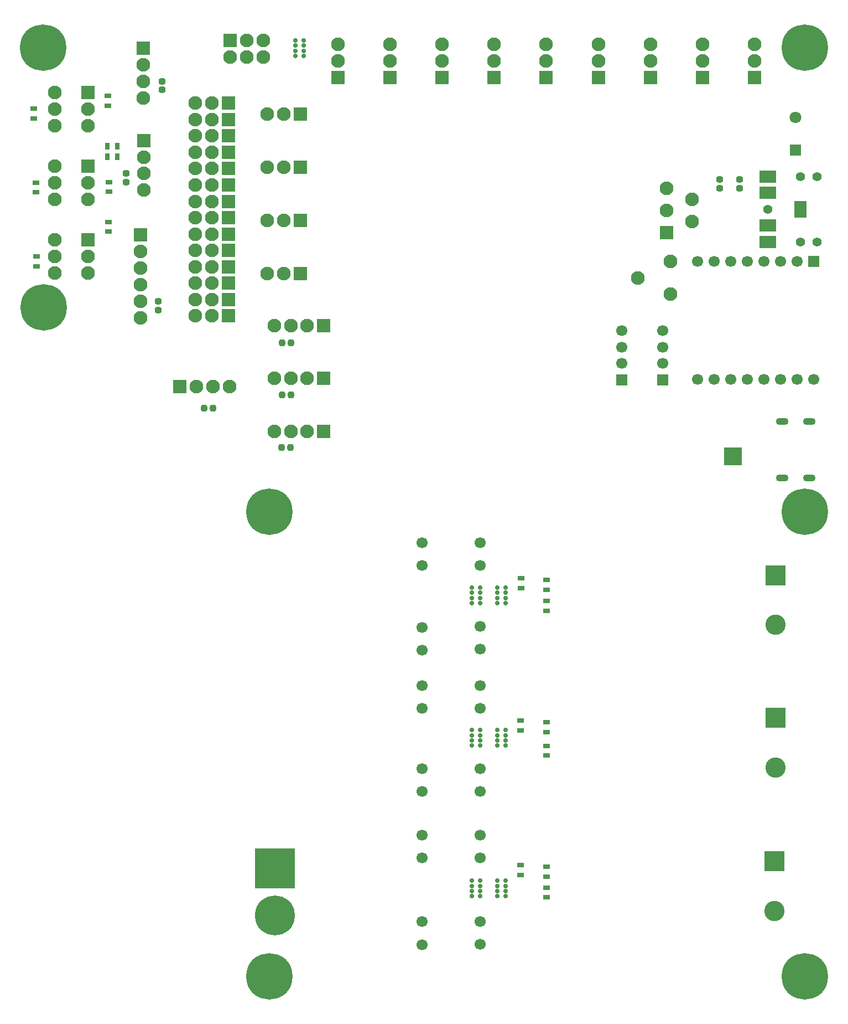
<source format=gbs>
G04*
G04 #@! TF.GenerationSoftware,Altium Limited,Altium Designer,21.8.1 (53)*
G04*
G04 Layer_Color=16711935*
%FSLAX44Y44*%
%MOMM*%
G71*
G04*
G04 #@! TF.SameCoordinates,B26C40CF-43AE-4B56-A471-EC5E2FB952F6*
G04*
G04*
G04 #@! TF.FilePolarity,Negative*
G04*
G01*
G75*
%ADD23R,1.1000X0.8000*%
G04:AMPARAMS|DCode=29|XSize=1.05mm|YSize=0.95mm|CornerRadius=0.2625mm|HoleSize=0mm|Usage=FLASHONLY|Rotation=180.000|XOffset=0mm|YOffset=0mm|HoleType=Round|Shape=RoundedRectangle|*
%AMROUNDEDRECTD29*
21,1,1.0500,0.4250,0,0,180.0*
21,1,0.5250,0.9500,0,0,180.0*
1,1,0.5250,-0.2625,0.2125*
1,1,0.5250,0.2625,0.2125*
1,1,0.5250,0.2625,-0.2125*
1,1,0.5250,-0.2625,-0.2125*
%
%ADD29ROUNDEDRECTD29*%
G04:AMPARAMS|DCode=34|XSize=1.05mm|YSize=0.95mm|CornerRadius=0.2625mm|HoleSize=0mm|Usage=FLASHONLY|Rotation=90.000|XOffset=0mm|YOffset=0mm|HoleType=Round|Shape=RoundedRectangle|*
%AMROUNDEDRECTD34*
21,1,1.0500,0.4250,0,0,90.0*
21,1,0.5250,0.9500,0,0,90.0*
1,1,0.5250,0.2125,0.2625*
1,1,0.5250,0.2125,-0.2625*
1,1,0.5250,-0.2125,-0.2625*
1,1,0.5250,-0.2125,0.2625*
%
%ADD34ROUNDEDRECTD34*%
%ADD36R,0.8000X1.1000*%
%ADD68C,2.1000*%
%ADD69R,2.1000X2.1000*%
%ADD70C,7.1000*%
%ADD71C,1.4000*%
%ADD72R,1.9000X2.6000*%
%ADD73R,2.6000X1.9000*%
%ADD74R,6.1000X6.1000*%
%ADD75C,6.1000*%
%ADD76C,1.7000*%
%ADD77R,1.7000X1.7000*%
%ADD78R,2.1000X2.1000*%
%ADD79C,3.1000*%
%ADD80R,3.1000X3.1000*%
%ADD81R,1.7000X1.7000*%
%ADD82C,1.8000*%
%ADD83R,1.8000X1.8000*%
%ADD84C,0.1000*%
%ADD85O,1.9000X1.1000*%
%ADD159R,2.6800X2.6900*%
G04:AMPARAMS|DCode=160|XSize=0.6mm|YSize=0.75mm|CornerRadius=0.175mm|HoleSize=0mm|Usage=FLASHONLY|Rotation=270.000|XOffset=0mm|YOffset=0mm|HoleType=Round|Shape=RoundedRectangle|*
%AMROUNDEDRECTD160*
21,1,0.6000,0.4000,0,0,270.0*
21,1,0.2500,0.7500,0,0,270.0*
1,1,0.3500,-0.2000,-0.1250*
1,1,0.3500,-0.2000,0.1250*
1,1,0.3500,0.2000,0.1250*
1,1,0.3500,0.2000,-0.1250*
%
%ADD160ROUNDEDRECTD160*%
D23*
X80000Y1351500D02*
D03*
Y1366500D02*
D03*
X193000Y1386000D02*
D03*
Y1371000D02*
D03*
X195000Y1254500D02*
D03*
Y1239500D02*
D03*
X194000Y1193500D02*
D03*
Y1178500D02*
D03*
X84000Y1140500D02*
D03*
Y1125500D02*
D03*
X83400Y1253600D02*
D03*
Y1238600D02*
D03*
X864250Y192500D02*
D03*
Y207500D02*
D03*
X825000Y195000D02*
D03*
Y210000D02*
D03*
X864250Y160858D02*
D03*
Y175858D02*
D03*
X864250Y631000D02*
D03*
Y646000D02*
D03*
Y413750D02*
D03*
Y428750D02*
D03*
X826000Y633500D02*
D03*
Y648500D02*
D03*
X825000Y416000D02*
D03*
Y431000D02*
D03*
X864250Y599000D02*
D03*
Y614000D02*
D03*
Y377500D02*
D03*
Y392500D02*
D03*
D29*
X221000Y1267750D02*
D03*
Y1254250D02*
D03*
X1160000Y1245000D02*
D03*
Y1258500D02*
D03*
X1130000Y1245000D02*
D03*
Y1258500D02*
D03*
X276000Y1395200D02*
D03*
Y1408700D02*
D03*
X270000Y1058900D02*
D03*
Y1072400D02*
D03*
D34*
X473000Y1009000D02*
D03*
X459500D02*
D03*
X473000Y929000D02*
D03*
X459500D02*
D03*
X472750Y849000D02*
D03*
X459250D02*
D03*
X340300Y909000D02*
D03*
X353800D02*
D03*
D36*
X192500Y1293000D02*
D03*
X207500D02*
D03*
X192500Y1309500D02*
D03*
X207500D02*
D03*
D68*
X111600Y1391400D02*
D03*
Y1366000D02*
D03*
Y1340600D02*
D03*
X162400Y1366000D02*
D03*
Y1340600D02*
D03*
Y1228300D02*
D03*
Y1253700D02*
D03*
X111600Y1228300D02*
D03*
Y1253700D02*
D03*
Y1279100D02*
D03*
Y1165900D02*
D03*
Y1140500D02*
D03*
Y1115100D02*
D03*
X162400Y1140500D02*
D03*
Y1115100D02*
D03*
X327200Y1300000D02*
D03*
X352600D02*
D03*
X327200Y1325000D02*
D03*
X352600D02*
D03*
X327200Y1375000D02*
D03*
X352600D02*
D03*
X327200Y1275000D02*
D03*
X352600D02*
D03*
X327200Y1350000D02*
D03*
X352600D02*
D03*
X327200Y1175000D02*
D03*
X352600D02*
D03*
X327200Y1200000D02*
D03*
X352600D02*
D03*
X327200Y1225000D02*
D03*
X352600D02*
D03*
X327200Y1250000D02*
D03*
X352600D02*
D03*
X327200Y1050000D02*
D03*
X352600D02*
D03*
X327200Y1075000D02*
D03*
X352600D02*
D03*
X327200Y1100000D02*
D03*
X352600D02*
D03*
X327200Y1125000D02*
D03*
X352600D02*
D03*
X327200Y1150000D02*
D03*
X352600D02*
D03*
X247000Y1434100D02*
D03*
Y1408700D02*
D03*
Y1383300D02*
D03*
X248000Y1292500D02*
D03*
Y1267500D02*
D03*
Y1242500D02*
D03*
X498000Y873000D02*
D03*
X473000D02*
D03*
X448000D02*
D03*
X498000Y954167D02*
D03*
X473000D02*
D03*
X448000D02*
D03*
X498000Y1035333D02*
D03*
X473000D02*
D03*
X448000D02*
D03*
X328400Y942167D02*
D03*
X353800D02*
D03*
X379200D02*
D03*
X243500Y1047000D02*
D03*
Y1072400D02*
D03*
Y1097800D02*
D03*
Y1123200D02*
D03*
Y1148600D02*
D03*
X462500Y1358000D02*
D03*
X437000D02*
D03*
X462500Y1276833D02*
D03*
X437000D02*
D03*
X462500Y1195667D02*
D03*
X437000D02*
D03*
X462500Y1114500D02*
D03*
X437000D02*
D03*
X624750Y1439500D02*
D03*
Y1465000D02*
D03*
X784250Y1439500D02*
D03*
Y1465000D02*
D03*
X943750Y1439500D02*
D03*
Y1465000D02*
D03*
X1103250Y1439500D02*
D03*
Y1465000D02*
D03*
X545000Y1439500D02*
D03*
Y1465000D02*
D03*
X704500Y1439500D02*
D03*
Y1465000D02*
D03*
X864000Y1439500D02*
D03*
Y1465000D02*
D03*
X1023500Y1439500D02*
D03*
Y1465000D02*
D03*
X1183000Y1439500D02*
D03*
Y1465000D02*
D03*
X380200Y1445520D02*
D03*
X431000D02*
D03*
X405600D02*
D03*
X431000Y1471020D02*
D03*
X405600D02*
D03*
X1004000Y1108000D02*
D03*
X1054000Y1083000D02*
D03*
Y1133000D02*
D03*
X1087000Y1228000D02*
D03*
Y1194000D02*
D03*
X1048000Y1211000D02*
D03*
Y1245000D02*
D03*
D69*
X162400Y1391400D02*
D03*
Y1279100D02*
D03*
Y1165900D02*
D03*
X523000Y873000D02*
D03*
Y954167D02*
D03*
Y1035333D02*
D03*
X303000Y942167D02*
D03*
X487500Y1358000D02*
D03*
Y1276833D02*
D03*
Y1195667D02*
D03*
Y1114500D02*
D03*
X1048000Y1177000D02*
D03*
D70*
X1260063Y750063D02*
D03*
X440064Y40064D02*
D03*
X1260063D02*
D03*
X440064Y750063D02*
D03*
X94560Y1062560D02*
D03*
X1260063Y1460063D02*
D03*
X94489Y1460063D02*
D03*
D71*
X1278500Y1163000D02*
D03*
Y1263000D02*
D03*
X1253500D02*
D03*
Y1163000D02*
D03*
X1203500Y1213149D02*
D03*
D72*
X1253500Y1213000D02*
D03*
D73*
X1203500Y1263000D02*
D03*
Y1238000D02*
D03*
Y1188000D02*
D03*
Y1163000D02*
D03*
D74*
X449000Y205000D02*
D03*
D75*
Y133000D02*
D03*
D76*
X1095870Y1133170D02*
D03*
X1146670D02*
D03*
X1121270D02*
D03*
X1172070D02*
D03*
X1197470D02*
D03*
X1222870D02*
D03*
X1248270D02*
D03*
X1095870Y952830D02*
D03*
X1146670D02*
D03*
X1121270D02*
D03*
X1172070D02*
D03*
X1197470D02*
D03*
X1222870D02*
D03*
X1273670D02*
D03*
X1248270D02*
D03*
X674000Y221000D02*
D03*
Y256000D02*
D03*
Y668000D02*
D03*
Y703000D02*
D03*
X674000Y357500D02*
D03*
Y322500D02*
D03*
X980000Y977000D02*
D03*
Y1002000D02*
D03*
Y1027000D02*
D03*
X1042000D02*
D03*
Y1002000D02*
D03*
Y977000D02*
D03*
X674000Y123600D02*
D03*
Y88600D02*
D03*
X763000Y221000D02*
D03*
Y256000D02*
D03*
X763000Y123900D02*
D03*
Y88900D02*
D03*
X763000Y668000D02*
D03*
Y703000D02*
D03*
X674000Y450000D02*
D03*
Y485000D02*
D03*
X674000Y573500D02*
D03*
Y538500D02*
D03*
X763000Y357500D02*
D03*
Y322500D02*
D03*
X763000Y575500D02*
D03*
Y540500D02*
D03*
X763000Y450000D02*
D03*
Y485000D02*
D03*
D77*
X1273670Y1133170D02*
D03*
D78*
X378000Y1300000D02*
D03*
Y1325000D02*
D03*
Y1375000D02*
D03*
Y1275000D02*
D03*
Y1350000D02*
D03*
Y1175000D02*
D03*
Y1200000D02*
D03*
Y1225000D02*
D03*
Y1250000D02*
D03*
Y1050000D02*
D03*
Y1075000D02*
D03*
Y1100000D02*
D03*
Y1125000D02*
D03*
Y1150000D02*
D03*
X247000Y1459500D02*
D03*
X248000Y1317500D02*
D03*
X243500Y1174000D02*
D03*
X624750Y1414500D02*
D03*
X784250D02*
D03*
X943750D02*
D03*
X1103250D02*
D03*
X545000D02*
D03*
X704500D02*
D03*
X864000D02*
D03*
X1023500D02*
D03*
X1183000D02*
D03*
X380200Y1471020D02*
D03*
D79*
X1213700Y140066D02*
D03*
X1215000Y577500D02*
D03*
X1215000Y359500D02*
D03*
D80*
X1213700Y216066D02*
D03*
X1215000Y653500D02*
D03*
X1215000Y435500D02*
D03*
D81*
X980000Y952000D02*
D03*
X1042000D02*
D03*
D82*
X1245828Y1353000D02*
D03*
D83*
Y1303000D02*
D03*
D84*
X1230000Y873800D02*
D03*
Y816000D02*
D03*
D85*
X1225000Y888100D02*
D03*
X1266800D02*
D03*
X1225000Y801700D02*
D03*
X1266800D02*
D03*
D159*
X1149900Y834850D02*
D03*
D160*
X480000Y1463000D02*
D03*
Y1455000D02*
D03*
Y1447000D02*
D03*
Y1471000D02*
D03*
X493000Y1447000D02*
D03*
Y1455000D02*
D03*
Y1463000D02*
D03*
Y1471000D02*
D03*
X789000Y162500D02*
D03*
Y170500D02*
D03*
Y178500D02*
D03*
Y186500D02*
D03*
X802000Y162500D02*
D03*
Y186500D02*
D03*
Y178500D02*
D03*
Y170500D02*
D03*
X750000Y162500D02*
D03*
Y170500D02*
D03*
Y178500D02*
D03*
Y186500D02*
D03*
X763000Y162500D02*
D03*
Y186500D02*
D03*
Y178500D02*
D03*
Y170500D02*
D03*
X789000Y610750D02*
D03*
Y618750D02*
D03*
Y626750D02*
D03*
Y634750D02*
D03*
X802000Y610750D02*
D03*
Y634750D02*
D03*
Y626750D02*
D03*
Y618750D02*
D03*
X789000Y392750D02*
D03*
Y400750D02*
D03*
Y408750D02*
D03*
Y416750D02*
D03*
X802000Y392750D02*
D03*
Y416750D02*
D03*
Y408750D02*
D03*
Y400750D02*
D03*
X750000Y610750D02*
D03*
Y618750D02*
D03*
Y626750D02*
D03*
Y634750D02*
D03*
X763000Y610750D02*
D03*
Y634750D02*
D03*
Y626750D02*
D03*
Y618750D02*
D03*
X750000Y392750D02*
D03*
Y400750D02*
D03*
Y408750D02*
D03*
Y416750D02*
D03*
X763000Y392750D02*
D03*
Y416750D02*
D03*
Y408750D02*
D03*
Y400750D02*
D03*
M02*

</source>
